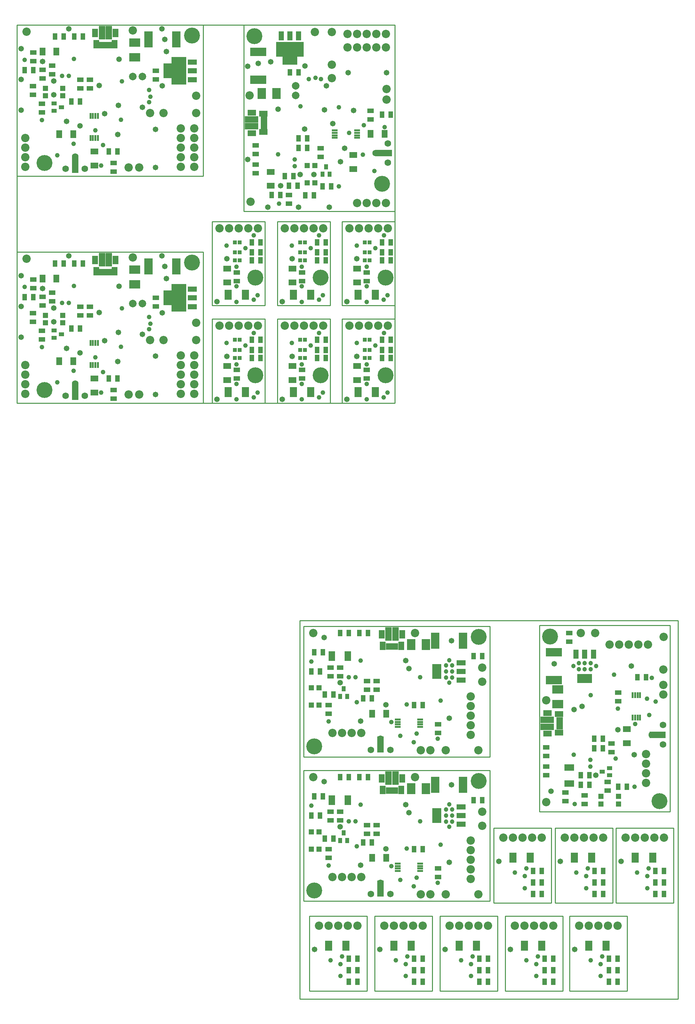
<source format=gts>
%FSLAX25Y25*%
%MOIN*%
G70*
G01*
G75*
G04 Layer_Color=8388736*
%ADD10R,0.06299X0.13386*%
%ADD11R,0.01772X0.06299*%
%ADD12R,0.05512X0.01654*%
%ADD13R,0.04724X0.04724*%
%ADD14R,0.09000X0.15000*%
%ADD15R,0.08465X0.05000*%
%ADD16R,0.05906X0.03937*%
%ADD17R,0.03937X0.05906*%
%ADD18R,0.07874X0.11024*%
%ADD19R,0.05906X0.15748*%
%ADD20R,0.03500X0.05000*%
%ADD21R,0.07874X0.15748*%
%ADD22R,0.06299X0.09449*%
%ADD23R,0.05512X0.07087*%
%ADD24R,0.13386X0.06299*%
%ADD25R,0.06299X0.01772*%
%ADD26R,0.01654X0.05512*%
%ADD27R,0.04724X0.04724*%
%ADD28R,0.15000X0.09000*%
%ADD29R,0.05000X0.08465*%
%ADD30R,0.11024X0.07874*%
%ADD31R,0.15748X0.05906*%
%ADD32R,0.05000X0.03500*%
%ADD33R,0.15748X0.07874*%
%ADD34R,0.09449X0.06299*%
%ADD35R,0.07087X0.05512*%
%ADD36R,0.06600X0.01700*%
%ADD37R,0.15000X0.28000*%
%ADD38R,0.28000X0.15000*%
%ADD39R,0.03300X0.03150*%
%ADD40C,0.02500*%
%ADD41C,0.02000*%
%ADD42C,0.03000*%
%ADD43C,0.01500*%
%ADD44C,0.04000*%
%ADD45C,0.01000*%
%ADD46C,0.01800*%
%ADD47C,0.05000*%
%ADD48R,0.01600X0.04800*%
%ADD49R,0.34200X0.03200*%
%ADD50R,0.04800X0.01600*%
%ADD51R,0.03200X0.34200*%
%ADD52R,0.14413X0.28346*%
%ADD53R,0.28346X0.14413*%
%ADD54R,0.27700X0.02100*%
%ADD55R,0.01900X0.03800*%
%ADD56R,0.35700X0.03400*%
%ADD57R,0.02100X0.27700*%
%ADD58R,0.03800X0.01900*%
%ADD59R,0.03400X0.35700*%
%ADD60R,0.08200X0.15600*%
%ADD61C,0.15800*%
%ADD62R,0.05118X0.07874*%
%ADD63R,0.05512X0.07874*%
%ADD64C,0.07874*%
%ADD65R,0.07874X0.05118*%
%ADD66R,0.07874X0.05512*%
%ADD67C,0.07087*%
%ADD68C,0.05000*%
%ADD69C,0.04000*%
%ADD70C,0.06000*%
%ADD71C,0.03937*%
%ADD72R,0.04724X0.11024*%
%ADD73R,0.09449X0.04724*%
%ADD74R,0.03000X0.10000*%
%ADD75R,0.10000X0.20000*%
%ADD76R,0.06299X0.05512*%
%ADD77R,0.09843X0.14961*%
%ADD78R,0.11024X0.04724*%
%ADD79R,0.04724X0.09449*%
%ADD80R,0.10000X0.03000*%
%ADD81R,0.20000X0.10000*%
%ADD82R,0.05512X0.06299*%
%ADD83R,0.14961X0.09843*%
%ADD84R,0.03150X0.04724*%
%ADD85R,0.26000X0.28400*%
%ADD86R,0.28400X0.26000*%
%ADD87C,0.03500*%
%ADD88R,0.26400X0.28346*%
%ADD89R,0.28346X0.26400*%
%ADD90R,0.21028X0.12517*%
%ADD91R,0.12517X0.21028*%
%ADD92R,0.20200X0.15600*%
%ADD93C,0.00200*%
%ADD94C,0.00591*%
%ADD95C,0.00394*%
%ADD96C,0.00787*%
%ADD97C,0.00500*%
%ADD98C,0.00050*%
%ADD99C,0.00800*%
%ADD100R,0.02300X0.06299*%
%ADD101R,0.06299X0.02300*%
%ADD102R,0.12100X0.11300*%
%ADD103R,0.06299X0.02100*%
%ADD104R,0.11300X0.12100*%
%ADD105R,0.02100X0.06299*%
%ADD106R,0.07099X0.14186*%
%ADD107R,0.02572X0.07099*%
%ADD108R,0.06312X0.02454*%
%ADD109R,0.05524X0.05524*%
%ADD110R,0.09800X0.15800*%
%ADD111R,0.09265X0.05800*%
%ADD112R,0.06706X0.04737*%
%ADD113R,0.04737X0.06706*%
%ADD114R,0.08674X0.11824*%
%ADD115R,0.06706X0.16548*%
%ADD116R,0.04300X0.05800*%
%ADD117R,0.08674X0.16548*%
%ADD118R,0.07099X0.10249*%
%ADD119R,0.06312X0.07887*%
%ADD120R,0.14186X0.07099*%
%ADD121R,0.07099X0.02572*%
%ADD122R,0.02454X0.06312*%
%ADD123R,0.05524X0.05524*%
%ADD124R,0.15800X0.09800*%
%ADD125R,0.05800X0.09265*%
%ADD126R,0.11824X0.08674*%
%ADD127R,0.16548X0.06706*%
%ADD128R,0.05800X0.04300*%
%ADD129R,0.16548X0.08674*%
%ADD130R,0.10249X0.07099*%
%ADD131R,0.07887X0.06312*%
%ADD132R,0.07400X0.02500*%
%ADD133R,0.15800X0.28800*%
%ADD134R,0.28800X0.15800*%
%ADD135R,0.04100X0.03950*%
%ADD136C,0.16600*%
%ADD137R,0.05918X0.08674*%
%ADD138R,0.06312X0.08674*%
%ADD139C,0.08674*%
%ADD140R,0.08674X0.05918*%
%ADD141R,0.08674X0.06312*%
%ADD142C,0.07887*%
%ADD143C,0.05800*%
%ADD144C,0.04800*%
%ADD145C,0.06800*%
%ADD146C,0.04737*%
D45*
X294500Y-620500D02*
Y-226500D01*
Y-620500D02*
X688500D01*
Y-226500D01*
X294500D02*
X688500D01*
X492600Y-368400D02*
Y-232400D01*
X298600D02*
X492600D01*
X298600Y-368400D02*
X492600D01*
X298600D02*
Y-232400D01*
Y-518400D02*
Y-382400D01*
Y-518400D02*
X492600D01*
X298600Y-382400D02*
X492600D01*
Y-518400D02*
Y-382400D01*
X544400Y-231400D02*
X680400D01*
X544400Y-425400D02*
Y-231400D01*
X680400Y-425400D02*
Y-231400D01*
X544400Y-425400D02*
X680400D01*
X304500Y-534000D02*
X364500D01*
X304500Y-612000D02*
Y-534000D01*
Y-612000D02*
X364500D01*
Y-534000D01*
X432500Y-612000D02*
Y-534000D01*
X372500Y-612000D02*
X432500D01*
X372500D02*
Y-534000D01*
X432500D01*
X508500D02*
X568500D01*
X508500Y-612000D02*
Y-534000D01*
Y-612000D02*
X568500D01*
Y-534000D01*
X500500Y-612000D02*
Y-534000D01*
X440500Y-612000D02*
X500500D01*
X440500D02*
Y-534000D01*
X500500D01*
X635500Y-612000D02*
Y-534000D01*
X575500Y-612000D02*
X635500D01*
X575500D02*
Y-534000D01*
X635500D01*
X624000Y-442500D02*
X684000D01*
X624000Y-520500D02*
Y-442500D01*
Y-520500D02*
X684000D01*
Y-442500D01*
X496500D02*
X556500D01*
X496500Y-520500D02*
Y-442500D01*
Y-520500D02*
X556500D01*
Y-442500D01*
X620500Y-520500D02*
Y-442500D01*
X560500Y-520500D02*
X620500D01*
X560500D02*
Y-442500D01*
X620500D01*
X0Y0D02*
Y393701D01*
Y0D02*
X393701D01*
Y393701D01*
X0D02*
X393701D01*
X194000Y236300D02*
Y393700D01*
X0D02*
X194000D01*
X0Y236300D02*
X194000D01*
X0D02*
Y393700D01*
X194000Y0D02*
Y157400D01*
X0D02*
X194000D01*
X0Y0D02*
X194000D01*
X0D02*
Y157400D01*
X236300Y393700D02*
X393700D01*
X236300Y199700D02*
Y393700D01*
X393700Y199700D02*
Y393700D01*
X236300Y199700D02*
X393700D01*
X338700Y0D02*
Y87500D01*
Y0D02*
X393700D01*
X338700Y87500D02*
X393700D01*
Y0D02*
Y87500D01*
X271300Y0D02*
Y87500D01*
Y0D02*
X326300D01*
X271300Y87500D02*
X326300D01*
Y0D02*
Y87500D01*
X203300Y0D02*
Y87500D01*
Y0D02*
X258300D01*
X203300Y87500D02*
X258300D01*
Y0D02*
Y87500D01*
Y101500D02*
Y189000D01*
X203300D02*
X258300D01*
X203300Y101500D02*
X258300D01*
X203300D02*
Y189000D01*
X326300Y101500D02*
Y189000D01*
X271300D02*
X326300D01*
X271300Y101500D02*
X326300D01*
X271300D02*
Y189000D01*
X393700Y101500D02*
Y189000D01*
X338700D02*
X393700D01*
X338700Y101500D02*
X393700D01*
X338700D02*
Y189000D01*
D106*
X387057Y-240408D02*
D03*
X394143D02*
D03*
X387057Y-390408D02*
D03*
X394143D02*
D03*
X88457Y385692D02*
D03*
X95543D02*
D03*
X88457Y149392D02*
D03*
X95543D02*
D03*
D107*
X390600Y-253400D02*
D03*
X388041D02*
D03*
X393159D02*
D03*
X395718D02*
D03*
X385482D02*
D03*
X390600Y-403400D02*
D03*
X388041D02*
D03*
X393159D02*
D03*
X395718D02*
D03*
X385482D02*
D03*
X92000Y372700D02*
D03*
X89441D02*
D03*
X94559D02*
D03*
X97118D02*
D03*
X86882D02*
D03*
X92000Y136400D02*
D03*
X89441D02*
D03*
X94559D02*
D03*
X97118D02*
D03*
X86882D02*
D03*
D108*
X396600Y-329400D02*
D03*
Y-331959D02*
D03*
Y-334518D02*
D03*
Y-337077D02*
D03*
X419828Y-329400D02*
D03*
Y-331959D02*
D03*
Y-334518D02*
D03*
Y-337077D02*
D03*
X396600Y-479400D02*
D03*
Y-481959D02*
D03*
Y-484518D02*
D03*
Y-487077D02*
D03*
X419828Y-479400D02*
D03*
Y-481959D02*
D03*
Y-484518D02*
D03*
Y-487077D02*
D03*
X354200Y276200D02*
D03*
Y278759D02*
D03*
Y281318D02*
D03*
Y283877D02*
D03*
X330972Y276200D02*
D03*
Y278759D02*
D03*
Y281318D02*
D03*
Y283877D02*
D03*
D109*
X306663Y-314455D02*
D03*
Y-296345D02*
D03*
X314537D02*
D03*
Y-314455D02*
D03*
X306663Y-464455D02*
D03*
Y-446345D02*
D03*
X314537D02*
D03*
Y-464455D02*
D03*
X302263Y229145D02*
D03*
Y247255D02*
D03*
X310137D02*
D03*
Y229145D02*
D03*
D110*
X437403Y-279400D02*
D03*
Y-429400D02*
D03*
X157303Y345800D02*
D03*
Y109500D02*
D03*
D111*
X462600Y-270345D02*
D03*
Y-279400D02*
D03*
Y-288455D02*
D03*
Y-420345D02*
D03*
Y-429400D02*
D03*
Y-438455D02*
D03*
X182500Y336745D02*
D03*
Y345800D02*
D03*
Y354855D02*
D03*
Y100445D02*
D03*
Y109500D02*
D03*
Y118555D02*
D03*
D112*
X324600Y-323400D02*
D03*
Y-314400D02*
D03*
X336600Y-275400D02*
D03*
Y-284400D02*
D03*
X374600Y-289400D02*
D03*
Y-298400D02*
D03*
X364600Y-289400D02*
D03*
Y-298400D02*
D03*
X326600Y-275400D02*
D03*
Y-284400D02*
D03*
X438600Y-343400D02*
D03*
Y-334400D02*
D03*
Y-493400D02*
D03*
Y-484400D02*
D03*
X326600Y-425400D02*
D03*
Y-434400D02*
D03*
X364600Y-439400D02*
D03*
Y-448400D02*
D03*
X374600Y-439400D02*
D03*
Y-448400D02*
D03*
X336600Y-425400D02*
D03*
Y-434400D02*
D03*
X324600Y-473400D02*
D03*
Y-464400D02*
D03*
X615400Y-403400D02*
D03*
Y-394400D02*
D03*
X619400Y-363400D02*
D03*
Y-354400D02*
D03*
X551400Y-387400D02*
D03*
Y-378400D02*
D03*
X591400Y-417400D02*
D03*
Y-408400D02*
D03*
X551400Y-367400D02*
D03*
Y-358400D02*
D03*
X571400Y-405400D02*
D03*
Y-414400D02*
D03*
X626400Y-301400D02*
D03*
Y-310400D02*
D03*
X575400Y-239400D02*
D03*
Y-248400D02*
D03*
X144500Y345800D02*
D03*
Y336800D02*
D03*
X26000Y302700D02*
D03*
Y311700D02*
D03*
X16500Y329800D02*
D03*
Y320800D02*
D03*
X26500Y346800D02*
D03*
Y337800D02*
D03*
X76000Y336700D02*
D03*
Y327700D02*
D03*
X66000Y336700D02*
D03*
Y327700D02*
D03*
X100500Y249800D02*
D03*
Y240800D02*
D03*
X36500Y351200D02*
D03*
Y342200D02*
D03*
X17000Y355800D02*
D03*
Y364800D02*
D03*
X144500Y109500D02*
D03*
Y100500D02*
D03*
X26000Y66400D02*
D03*
Y75400D02*
D03*
X16500Y93500D02*
D03*
Y84500D02*
D03*
X26500Y110500D02*
D03*
Y101500D02*
D03*
X76000Y100400D02*
D03*
Y91400D02*
D03*
X66000Y100400D02*
D03*
Y91400D02*
D03*
X100500Y13500D02*
D03*
Y4500D02*
D03*
X36500Y114900D02*
D03*
Y105900D02*
D03*
X17000Y119500D02*
D03*
Y128500D02*
D03*
X316200Y256200D02*
D03*
Y265200D02*
D03*
X368200Y304200D02*
D03*
Y295200D02*
D03*
X248500Y239300D02*
D03*
Y248300D02*
D03*
X283300Y207700D02*
D03*
Y216700D02*
D03*
X248500Y259300D02*
D03*
Y268300D02*
D03*
X364200Y25500D02*
D03*
Y34500D02*
D03*
X296800Y25500D02*
D03*
Y34500D02*
D03*
X228800Y25500D02*
D03*
Y34500D02*
D03*
Y127000D02*
D03*
Y136000D02*
D03*
X296800Y127000D02*
D03*
Y136000D02*
D03*
X364200Y127000D02*
D03*
Y136000D02*
D03*
D113*
X320600Y-303400D02*
D03*
X329600D02*
D03*
X360600Y-307400D02*
D03*
X369600D02*
D03*
X336600Y-239400D02*
D03*
X345600D02*
D03*
X306600Y-279400D02*
D03*
X315600D02*
D03*
X356600Y-239400D02*
D03*
X365600D02*
D03*
X318600Y-259400D02*
D03*
X309600D02*
D03*
X422600Y-314400D02*
D03*
X413600D02*
D03*
X484600Y-263400D02*
D03*
X475600D02*
D03*
X484600Y-413400D02*
D03*
X475600D02*
D03*
X422600Y-464400D02*
D03*
X413600D02*
D03*
X318600Y-409400D02*
D03*
X309600D02*
D03*
X356600Y-389400D02*
D03*
X365600D02*
D03*
X306600Y-429400D02*
D03*
X315600D02*
D03*
X336600Y-389400D02*
D03*
X345600D02*
D03*
X360600Y-457400D02*
D03*
X369600D02*
D03*
X320600Y-453400D02*
D03*
X329600D02*
D03*
X635400Y-399400D02*
D03*
X626400D02*
D03*
X587400Y-387400D02*
D03*
X596400D02*
D03*
X601400Y-349400D02*
D03*
X610400D02*
D03*
X601400Y-359400D02*
D03*
X610400D02*
D03*
X587400Y-397400D02*
D03*
X596400D02*
D03*
X655400Y-285400D02*
D03*
X646400D02*
D03*
X345500Y-602500D02*
D03*
X354500D02*
D03*
X345500Y-578500D02*
D03*
X354500D02*
D03*
X345500Y-590500D02*
D03*
X354500D02*
D03*
X413500D02*
D03*
X422500D02*
D03*
X413500Y-578500D02*
D03*
X422500D02*
D03*
X413500Y-602500D02*
D03*
X422500D02*
D03*
X549500D02*
D03*
X558500D02*
D03*
X549500Y-578500D02*
D03*
X558500D02*
D03*
X549500Y-590500D02*
D03*
X558500D02*
D03*
X481500D02*
D03*
X490500D02*
D03*
X481500Y-578500D02*
D03*
X490500D02*
D03*
X481500Y-602500D02*
D03*
X490500D02*
D03*
X616500Y-590500D02*
D03*
X625500D02*
D03*
X616500Y-578500D02*
D03*
X625500D02*
D03*
X616500Y-602500D02*
D03*
X625500D02*
D03*
X665000Y-511000D02*
D03*
X674000D02*
D03*
X665000Y-487000D02*
D03*
X674000D02*
D03*
X665000Y-499000D02*
D03*
X674000D02*
D03*
X537500Y-511000D02*
D03*
X546500D02*
D03*
X537500Y-487000D02*
D03*
X546500D02*
D03*
X537500Y-499000D02*
D03*
X546500D02*
D03*
X601500D02*
D03*
X610500D02*
D03*
X601500Y-487000D02*
D03*
X610500D02*
D03*
X601500Y-511000D02*
D03*
X610500D02*
D03*
X56500Y313800D02*
D03*
X65500D02*
D03*
X104500Y261800D02*
D03*
X95500D02*
D03*
X39600Y381500D02*
D03*
X48600D02*
D03*
X8000Y346700D02*
D03*
X17000D02*
D03*
X59600Y381500D02*
D03*
X68600D02*
D03*
X56500Y77500D02*
D03*
X65500D02*
D03*
X104500Y25500D02*
D03*
X95500D02*
D03*
X39600Y145200D02*
D03*
X48600D02*
D03*
X8000Y110400D02*
D03*
X17000D02*
D03*
X59600Y145200D02*
D03*
X68600D02*
D03*
X284200Y344200D02*
D03*
X293200D02*
D03*
X327300Y225700D02*
D03*
X318300D02*
D03*
X300200Y216200D02*
D03*
X309200D02*
D03*
X283200Y226200D02*
D03*
X292200D02*
D03*
X293300Y275700D02*
D03*
X302300D02*
D03*
X293300Y265700D02*
D03*
X302300D02*
D03*
X380200Y300200D02*
D03*
X389200D02*
D03*
X278800Y236200D02*
D03*
X287800D02*
D03*
X274200Y216700D02*
D03*
X265200D02*
D03*
X380100Y65900D02*
D03*
X389100D02*
D03*
X380100Y55400D02*
D03*
X389100D02*
D03*
X380100Y47100D02*
D03*
X389100D02*
D03*
X312700Y65900D02*
D03*
X321700D02*
D03*
X312700Y55400D02*
D03*
X321700D02*
D03*
X312700Y47100D02*
D03*
X321700D02*
D03*
X244700Y65900D02*
D03*
X253700D02*
D03*
X244700Y55400D02*
D03*
X253700D02*
D03*
X244700Y47100D02*
D03*
X253700D02*
D03*
X244700Y148600D02*
D03*
X253700D02*
D03*
X244700Y156900D02*
D03*
X253700D02*
D03*
X244700Y167400D02*
D03*
X253700D02*
D03*
X312700Y148600D02*
D03*
X321700D02*
D03*
X312700Y156900D02*
D03*
X321700D02*
D03*
X312700Y167400D02*
D03*
X321700D02*
D03*
X380100Y148600D02*
D03*
X389100D02*
D03*
X380100Y156900D02*
D03*
X389100D02*
D03*
X380100Y167400D02*
D03*
X389100D02*
D03*
D114*
X410600Y-251400D02*
D03*
X425954D02*
D03*
X410600Y-401400D02*
D03*
X425954D02*
D03*
X270200Y322200D02*
D03*
X254846D02*
D03*
D115*
X378600Y-355400D02*
D03*
Y-505400D02*
D03*
X60500Y247800D02*
D03*
Y11500D02*
D03*
D116*
X340340Y-297526D02*
D03*
X344080Y-305400D02*
D03*
X336600D02*
D03*
X340340Y-447526D02*
D03*
X344080Y-455400D02*
D03*
X336600D02*
D03*
X321940Y246074D02*
D03*
X325680Y238200D02*
D03*
X318200D02*
D03*
D117*
X464600Y-247400D02*
D03*
X435466D02*
D03*
X464600Y-397400D02*
D03*
X435466D02*
D03*
X166000Y378700D02*
D03*
X136866D02*
D03*
X166000Y142400D02*
D03*
X136866D02*
D03*
D118*
X328065Y-263400D02*
D03*
X344600D02*
D03*
X328065Y-413400D02*
D03*
X344600D02*
D03*
D119*
X370033Y-323400D02*
D03*
X384600D02*
D03*
X370033Y-473400D02*
D03*
X384600D02*
D03*
X26500Y365800D02*
D03*
X41067D02*
D03*
X43933Y279800D02*
D03*
X58500D02*
D03*
X26500Y129500D02*
D03*
X41067D02*
D03*
X43933Y43500D02*
D03*
X58500D02*
D03*
X382767Y280200D02*
D03*
X368200D02*
D03*
D120*
X552408Y-336943D02*
D03*
Y-329857D02*
D03*
X244308Y288157D02*
D03*
Y295243D02*
D03*
D121*
X565400Y-333400D02*
D03*
Y-335959D02*
D03*
Y-330841D02*
D03*
Y-328282D02*
D03*
Y-338518D02*
D03*
X257300Y291700D02*
D03*
Y289141D02*
D03*
Y294259D02*
D03*
Y296818D02*
D03*
Y286582D02*
D03*
D122*
X641400Y-327400D02*
D03*
X643959D02*
D03*
X646518D02*
D03*
X649077D02*
D03*
X641400Y-304172D02*
D03*
X643959D02*
D03*
X646518D02*
D03*
X649077D02*
D03*
X76500Y275800D02*
D03*
X79059D02*
D03*
X81618D02*
D03*
X84177D02*
D03*
X76500Y299028D02*
D03*
X79059D02*
D03*
X81618D02*
D03*
X84177D02*
D03*
X76500Y39500D02*
D03*
X79059D02*
D03*
X81618D02*
D03*
X84177D02*
D03*
X76500Y62728D02*
D03*
X79059D02*
D03*
X81618D02*
D03*
X84177D02*
D03*
D123*
X626455Y-417337D02*
D03*
X608345D02*
D03*
Y-409463D02*
D03*
X626455D02*
D03*
X29445Y327737D02*
D03*
X47555D02*
D03*
Y319863D02*
D03*
X29445D02*
D03*
Y91437D02*
D03*
X47555D02*
D03*
Y83563D02*
D03*
X29445D02*
D03*
D124*
X591400Y-286597D02*
D03*
X284200Y357003D02*
D03*
D125*
X582345Y-261400D02*
D03*
X591400D02*
D03*
X600455D02*
D03*
X293255Y382200D02*
D03*
X284200D02*
D03*
X275145D02*
D03*
D126*
X563400Y-313400D02*
D03*
Y-298046D02*
D03*
X122500Y359800D02*
D03*
Y375154D02*
D03*
Y123500D02*
D03*
Y138854D02*
D03*
D127*
X667400Y-345400D02*
D03*
X382200Y260200D02*
D03*
D128*
X609526Y-383660D02*
D03*
X617400Y-379920D02*
D03*
Y-387400D02*
D03*
X46374Y308060D02*
D03*
X38500Y304320D02*
D03*
Y311800D02*
D03*
X46374Y71760D02*
D03*
X38500Y68020D02*
D03*
Y75500D02*
D03*
D129*
X559400Y-259400D02*
D03*
Y-288534D02*
D03*
X251300Y365700D02*
D03*
Y336566D02*
D03*
D130*
X575400Y-395935D02*
D03*
Y-379400D02*
D03*
D131*
X635400Y-353967D02*
D03*
Y-339400D02*
D03*
X80500Y247233D02*
D03*
Y261800D02*
D03*
Y10933D02*
D03*
Y25500D02*
D03*
X264200Y226200D02*
D03*
Y240767D02*
D03*
X350200Y243633D02*
D03*
Y258200D02*
D03*
X354200Y38567D02*
D03*
Y24000D02*
D03*
X286800Y38567D02*
D03*
Y24000D02*
D03*
X218800Y38567D02*
D03*
Y24000D02*
D03*
Y140067D02*
D03*
Y125500D02*
D03*
X286800Y140067D02*
D03*
Y125500D02*
D03*
X354200Y140067D02*
D03*
Y125500D02*
D03*
D132*
X324500Y-561000D02*
D03*
Y-563559D02*
D03*
Y-566118D02*
D03*
Y-568677D02*
D03*
X342610Y-561000D02*
D03*
Y-563559D02*
D03*
Y-566118D02*
D03*
Y-568677D02*
D03*
X392500Y-561000D02*
D03*
Y-563559D02*
D03*
Y-566118D02*
D03*
Y-568677D02*
D03*
X410610Y-561000D02*
D03*
Y-563559D02*
D03*
Y-566118D02*
D03*
Y-568677D02*
D03*
X528500Y-561000D02*
D03*
Y-563559D02*
D03*
Y-566118D02*
D03*
Y-568677D02*
D03*
X546610Y-561000D02*
D03*
Y-563559D02*
D03*
Y-566118D02*
D03*
Y-568677D02*
D03*
X460500Y-561000D02*
D03*
Y-563559D02*
D03*
Y-566118D02*
D03*
Y-568677D02*
D03*
X478610Y-561000D02*
D03*
Y-563559D02*
D03*
Y-566118D02*
D03*
Y-568677D02*
D03*
X595500Y-561000D02*
D03*
Y-563559D02*
D03*
Y-566118D02*
D03*
Y-568677D02*
D03*
X613610Y-561000D02*
D03*
Y-563559D02*
D03*
Y-566118D02*
D03*
Y-568677D02*
D03*
X644000Y-469500D02*
D03*
Y-472059D02*
D03*
Y-474618D02*
D03*
Y-477177D02*
D03*
X662110Y-469500D02*
D03*
Y-472059D02*
D03*
Y-474618D02*
D03*
Y-477177D02*
D03*
X516500Y-469500D02*
D03*
Y-472059D02*
D03*
Y-474618D02*
D03*
Y-477177D02*
D03*
X534610Y-469500D02*
D03*
Y-472059D02*
D03*
Y-474618D02*
D03*
Y-477177D02*
D03*
X580500Y-469500D02*
D03*
Y-472059D02*
D03*
Y-474618D02*
D03*
Y-477177D02*
D03*
X598610Y-469500D02*
D03*
Y-472059D02*
D03*
Y-474618D02*
D03*
Y-477177D02*
D03*
X355200Y15200D02*
D03*
Y12641D02*
D03*
Y10082D02*
D03*
Y7523D02*
D03*
X373310Y15200D02*
D03*
Y12641D02*
D03*
Y10082D02*
D03*
Y7523D02*
D03*
X287800Y15200D02*
D03*
Y12641D02*
D03*
Y10082D02*
D03*
Y7523D02*
D03*
X305910Y15200D02*
D03*
Y12641D02*
D03*
Y10082D02*
D03*
Y7523D02*
D03*
X219800Y15200D02*
D03*
Y12641D02*
D03*
Y10082D02*
D03*
Y7523D02*
D03*
X237910Y15200D02*
D03*
Y12641D02*
D03*
Y10082D02*
D03*
Y7523D02*
D03*
X219800Y116700D02*
D03*
Y114141D02*
D03*
Y111582D02*
D03*
Y109023D02*
D03*
X237910Y116700D02*
D03*
Y114141D02*
D03*
Y111582D02*
D03*
Y109023D02*
D03*
X287800Y116700D02*
D03*
Y114141D02*
D03*
Y111582D02*
D03*
Y109023D02*
D03*
X305910Y116700D02*
D03*
Y114141D02*
D03*
Y111582D02*
D03*
Y109023D02*
D03*
X355200Y116700D02*
D03*
Y114141D02*
D03*
Y111582D02*
D03*
Y109023D02*
D03*
X373310Y116700D02*
D03*
Y114141D02*
D03*
Y111582D02*
D03*
Y109023D02*
D03*
D133*
X168700Y345800D02*
D03*
Y109500D02*
D03*
D134*
X284200Y368400D02*
D03*
D135*
X362282Y65900D02*
D03*
X367400D02*
D03*
X362282Y55373D02*
D03*
X367400D02*
D03*
X362282Y47100D02*
D03*
X367400D02*
D03*
X294882Y65900D02*
D03*
X300000D02*
D03*
X294882Y55373D02*
D03*
X300000D02*
D03*
X294882Y47100D02*
D03*
X300000D02*
D03*
X226882Y65900D02*
D03*
X232000D02*
D03*
X226882Y55373D02*
D03*
X232000D02*
D03*
X226882Y47100D02*
D03*
X232000D02*
D03*
X226882Y148600D02*
D03*
X232000D02*
D03*
X226882Y156873D02*
D03*
X232000D02*
D03*
X226882Y167400D02*
D03*
X232000D02*
D03*
X294882Y148600D02*
D03*
X300000D02*
D03*
X294882Y156873D02*
D03*
X300000D02*
D03*
X294882Y167400D02*
D03*
X300000D02*
D03*
X362282Y148600D02*
D03*
X367400D02*
D03*
X362282Y156873D02*
D03*
X367400D02*
D03*
X362282Y167400D02*
D03*
X367400D02*
D03*
D136*
X480900Y-243400D02*
D03*
X309600Y-357400D02*
D03*
Y-507400D02*
D03*
X480900Y-393400D02*
D03*
X555400Y-243100D02*
D03*
X669400Y-414400D02*
D03*
X182300Y382700D02*
D03*
X28500Y249800D02*
D03*
X182300Y146400D02*
D03*
X28500Y13500D02*
D03*
X247300Y382000D02*
D03*
X380200Y228200D02*
D03*
X383800Y29000D02*
D03*
X316400D02*
D03*
X248400D02*
D03*
Y130500D02*
D03*
X316400D02*
D03*
X383800D02*
D03*
D137*
X381053Y-252613D02*
D03*
X400147D02*
D03*
X381053Y-402613D02*
D03*
X400147D02*
D03*
X82453Y373487D02*
D03*
X101547D02*
D03*
X82453Y137187D02*
D03*
X101547D02*
D03*
D138*
X401328Y-240684D02*
D03*
X379872D02*
D03*
X401328Y-390684D02*
D03*
X379872D02*
D03*
X102728Y385417D02*
D03*
X81272D02*
D03*
X102728Y149117D02*
D03*
X81272D02*
D03*
D139*
X484600Y-290100D02*
D03*
X446600Y-361400D02*
D03*
X480532Y-361432D02*
D03*
X414600Y-239400D02*
D03*
X484600Y-275400D02*
D03*
X308600Y-239400D02*
D03*
X430600Y-361400D02*
D03*
X420600D02*
D03*
X328600Y-343400D02*
D03*
X338600D02*
D03*
X348600D02*
D03*
X358600D02*
D03*
X472600Y-315400D02*
D03*
Y-325400D02*
D03*
Y-335400D02*
D03*
Y-345400D02*
D03*
Y-305400D02*
D03*
Y-465400D02*
D03*
Y-475400D02*
D03*
Y-485400D02*
D03*
Y-495400D02*
D03*
Y-455400D02*
D03*
X328600Y-493400D02*
D03*
X338600D02*
D03*
X348600D02*
D03*
X358600D02*
D03*
X430600Y-511400D02*
D03*
X420600D02*
D03*
X308600Y-389400D02*
D03*
X484600Y-425400D02*
D03*
X414600Y-389400D02*
D03*
X480532Y-511432D02*
D03*
X446600Y-511400D02*
D03*
X484600Y-440100D02*
D03*
X602100Y-239400D02*
D03*
X673400Y-277400D02*
D03*
X673432Y-243468D02*
D03*
X551400Y-309400D02*
D03*
X587400Y-239400D02*
D03*
X551400Y-415400D02*
D03*
X673400Y-293400D02*
D03*
Y-303400D02*
D03*
X655400Y-395400D02*
D03*
Y-385400D02*
D03*
Y-375400D02*
D03*
Y-365400D02*
D03*
X627400Y-251400D02*
D03*
X637400D02*
D03*
X647400D02*
D03*
X657400D02*
D03*
X617400D02*
D03*
X314500Y-544000D02*
D03*
X354500D02*
D03*
X344500D02*
D03*
X334500D02*
D03*
X324500D02*
D03*
X382500D02*
D03*
X422500D02*
D03*
X412500D02*
D03*
X402500D02*
D03*
X392500D02*
D03*
X518500D02*
D03*
X558500D02*
D03*
X548500D02*
D03*
X538500D02*
D03*
X528500D02*
D03*
X450500D02*
D03*
X490500D02*
D03*
X480500D02*
D03*
X470500D02*
D03*
X460500D02*
D03*
X585500D02*
D03*
X625500D02*
D03*
X615500D02*
D03*
X605500D02*
D03*
X595500D02*
D03*
X634000Y-452500D02*
D03*
X674000D02*
D03*
X664000D02*
D03*
X654000D02*
D03*
X644000D02*
D03*
X506500D02*
D03*
X546500D02*
D03*
X536500D02*
D03*
X526500D02*
D03*
X516500D02*
D03*
X570500D02*
D03*
X610500D02*
D03*
X600500D02*
D03*
X590500D02*
D03*
X580500D02*
D03*
X170500Y275800D02*
D03*
Y265800D02*
D03*
Y255800D02*
D03*
Y245800D02*
D03*
Y285800D02*
D03*
X186500Y302000D02*
D03*
X138500D02*
D03*
X152500D02*
D03*
X120500Y387800D02*
D03*
X186500Y319800D02*
D03*
X10000Y386700D02*
D03*
X127100Y245200D02*
D03*
X116300D02*
D03*
X8500Y275800D02*
D03*
Y265800D02*
D03*
Y255800D02*
D03*
Y245800D02*
D03*
X184500Y275800D02*
D03*
Y265800D02*
D03*
Y255800D02*
D03*
Y245800D02*
D03*
Y285800D02*
D03*
X170500Y39500D02*
D03*
Y29500D02*
D03*
Y19500D02*
D03*
Y9500D02*
D03*
Y49500D02*
D03*
X186500Y65700D02*
D03*
X138500D02*
D03*
X152500D02*
D03*
X120500Y151500D02*
D03*
X186500Y83500D02*
D03*
X10000Y150400D02*
D03*
X127100Y8900D02*
D03*
X116300D02*
D03*
X8500Y39500D02*
D03*
Y29500D02*
D03*
Y19500D02*
D03*
Y9500D02*
D03*
X184500Y39500D02*
D03*
Y29500D02*
D03*
Y19500D02*
D03*
Y9500D02*
D03*
Y49500D02*
D03*
X354200Y370200D02*
D03*
X364200D02*
D03*
X374200D02*
D03*
X384200D02*
D03*
X344200D02*
D03*
X328000Y386200D02*
D03*
Y338200D02*
D03*
Y352200D02*
D03*
X242200Y320200D02*
D03*
X310200Y386200D02*
D03*
X243300Y209700D02*
D03*
X384800Y326800D02*
D03*
Y316000D02*
D03*
X354200Y208200D02*
D03*
X364200D02*
D03*
X374200D02*
D03*
X384200D02*
D03*
X354200Y384200D02*
D03*
X364200D02*
D03*
X374200D02*
D03*
X384200D02*
D03*
X344200D02*
D03*
X356200Y80500D02*
D03*
X366200D02*
D03*
X376200D02*
D03*
X386200D02*
D03*
X346200D02*
D03*
X288800D02*
D03*
X298800D02*
D03*
X308800D02*
D03*
X318800D02*
D03*
X278800D02*
D03*
X220800D02*
D03*
X230800D02*
D03*
X240800D02*
D03*
X250800D02*
D03*
X210800D02*
D03*
X220800Y182000D02*
D03*
X230800D02*
D03*
X240800D02*
D03*
X250800D02*
D03*
X210800D02*
D03*
X288800D02*
D03*
X298800D02*
D03*
X308800D02*
D03*
X318800D02*
D03*
X278800D02*
D03*
X356200D02*
D03*
X366200D02*
D03*
X376200D02*
D03*
X386200D02*
D03*
X346200D02*
D03*
D140*
X564613Y-342947D02*
D03*
Y-323853D02*
D03*
X256513Y282153D02*
D03*
Y301247D02*
D03*
D141*
X552683Y-322672D02*
D03*
Y-344128D02*
D03*
X244584Y302428D02*
D03*
Y280972D02*
D03*
D142*
X130500Y339800D02*
D03*
X120500D02*
D03*
X130500Y103500D02*
D03*
X120500D02*
D03*
X290200Y330200D02*
D03*
Y320200D02*
D03*
D143*
X357900Y-331000D02*
D03*
X450300Y-327900D02*
D03*
X408200Y-276500D02*
D03*
X384100Y-313900D02*
D03*
X452600Y-247500D02*
D03*
X336700Y-290900D02*
D03*
X405000Y-268100D02*
D03*
X319900Y-244100D02*
D03*
Y-394100D02*
D03*
X405000Y-418100D02*
D03*
X336700Y-440900D02*
D03*
X452600Y-397500D02*
D03*
X384100Y-463900D02*
D03*
X408200Y-426500D02*
D03*
X450300Y-477900D02*
D03*
X357900Y-481000D02*
D03*
X643000Y-366100D02*
D03*
X639900Y-273700D02*
D03*
X588500Y-315800D02*
D03*
X625900Y-339900D02*
D03*
X559500Y-271400D02*
D03*
X602900Y-387300D02*
D03*
X580100Y-319000D02*
D03*
X556100Y-404100D02*
D03*
X309900Y-568700D02*
D03*
X377900D02*
D03*
X513900D02*
D03*
X445900D02*
D03*
X580900D02*
D03*
X629400Y-477200D02*
D03*
X501900D02*
D03*
X565900D02*
D03*
X105500Y309800D02*
D03*
X130700Y307800D02*
D03*
X91200Y301200D02*
D03*
X104900Y279500D02*
D03*
X65500Y288700D02*
D03*
X26500Y355500D02*
D03*
X85700Y330500D02*
D03*
X155600Y365800D02*
D03*
X154000Y378600D02*
D03*
X38100Y335200D02*
D03*
X106400Y358000D02*
D03*
X144100Y245200D02*
D03*
X151400Y330200D02*
D03*
X144100Y285100D02*
D03*
X4300Y368800D02*
D03*
Y336800D02*
D03*
Y304800D02*
D03*
X38100Y320800D02*
D03*
X53900Y389600D02*
D03*
X150800D02*
D03*
X51500Y293200D02*
D03*
X105500Y73500D02*
D03*
X130700Y71500D02*
D03*
X91200Y64900D02*
D03*
X104900Y43200D02*
D03*
X65500Y52400D02*
D03*
X26500Y119200D02*
D03*
X85700Y94200D02*
D03*
X155600Y129500D02*
D03*
X154000Y142300D02*
D03*
X38100Y98900D02*
D03*
X106400Y121700D02*
D03*
X144100Y8900D02*
D03*
X151400Y93900D02*
D03*
X144100Y48800D02*
D03*
X4300Y132500D02*
D03*
Y100500D02*
D03*
Y68500D02*
D03*
X38100Y84500D02*
D03*
X53900Y153300D02*
D03*
X150800D02*
D03*
X51500Y56900D02*
D03*
X320200Y305200D02*
D03*
X322200Y330400D02*
D03*
X328800Y290900D02*
D03*
X350500Y304600D02*
D03*
X341300Y265200D02*
D03*
X274500Y226200D02*
D03*
X299500Y285400D02*
D03*
X264200Y355300D02*
D03*
X251400Y353700D02*
D03*
X294800Y237800D02*
D03*
X272000Y306100D02*
D03*
X384800Y343800D02*
D03*
X299800Y351100D02*
D03*
X344900Y343800D02*
D03*
X261200Y204000D02*
D03*
X293200D02*
D03*
X325200D02*
D03*
X309200Y237800D02*
D03*
X240400Y253600D02*
D03*
Y350500D02*
D03*
X336800Y251200D02*
D03*
X354000Y48700D02*
D03*
X343500Y4100D02*
D03*
X286600Y48700D02*
D03*
X276100Y4100D02*
D03*
X218600Y48700D02*
D03*
X208100Y4100D02*
D03*
Y105600D02*
D03*
X218600Y150200D02*
D03*
X276100Y105600D02*
D03*
X286600Y150200D02*
D03*
X343500Y105600D02*
D03*
X354000Y150200D02*
D03*
D144*
X353800Y-311500D02*
D03*
X389800Y-331900D02*
D03*
X399200Y-346500D02*
D03*
X416200Y-344100D02*
D03*
X405800Y-313800D02*
D03*
X345500Y-285400D02*
D03*
X420000Y-285500D02*
D03*
X357800Y-267900D02*
D03*
X324600Y-331400D02*
D03*
X352500Y-285400D02*
D03*
X306600Y-268900D02*
D03*
X438100Y-349400D02*
D03*
X441200Y-309800D02*
D03*
X413300Y-353100D02*
D03*
Y-503100D02*
D03*
X441200Y-459800D02*
D03*
X438100Y-499400D02*
D03*
X306600Y-418900D02*
D03*
X352500Y-435400D02*
D03*
X324600Y-481400D02*
D03*
X357800Y-417900D02*
D03*
X420000Y-435500D02*
D03*
X345500Y-435400D02*
D03*
X405800Y-463800D02*
D03*
X416200Y-494100D02*
D03*
X399200Y-496500D02*
D03*
X389800Y-481900D02*
D03*
X353800Y-461500D02*
D03*
X623500Y-370200D02*
D03*
X643900Y-334200D02*
D03*
X658500Y-324800D02*
D03*
X656100Y-307800D02*
D03*
X625800Y-318200D02*
D03*
X597400Y-378500D02*
D03*
X597500Y-304000D02*
D03*
X579900Y-366200D02*
D03*
X643400Y-399400D02*
D03*
X597400Y-371500D02*
D03*
X580900Y-417400D02*
D03*
X661400Y-285900D02*
D03*
X621800Y-282800D02*
D03*
X665100Y-310700D02*
D03*
X338500Y-576000D02*
D03*
X326500Y-580200D02*
D03*
X337000Y-584000D02*
D03*
Y-596500D02*
D03*
X405000D02*
D03*
Y-584000D02*
D03*
X394500Y-580200D02*
D03*
X406500Y-576000D02*
D03*
X542500D02*
D03*
X530500Y-580200D02*
D03*
X541000Y-584000D02*
D03*
Y-596500D02*
D03*
X473000D02*
D03*
Y-584000D02*
D03*
X462500Y-580200D02*
D03*
X474500Y-576000D02*
D03*
X608000Y-596500D02*
D03*
Y-584000D02*
D03*
X597500Y-580200D02*
D03*
X609500Y-576000D02*
D03*
X658000Y-484500D02*
D03*
X646000Y-488700D02*
D03*
X656500Y-492500D02*
D03*
Y-505000D02*
D03*
X530500Y-484500D02*
D03*
X518500Y-488700D02*
D03*
X529000Y-492500D02*
D03*
Y-505000D02*
D03*
X593000D02*
D03*
Y-492500D02*
D03*
X582500Y-488700D02*
D03*
X594500Y-484500D02*
D03*
X108400Y294800D02*
D03*
X137717Y313283D02*
D03*
X138800Y319000D02*
D03*
X137700Y326000D02*
D03*
X81700Y284000D02*
D03*
X89700Y268600D02*
D03*
X87500Y247200D02*
D03*
X58800Y269900D02*
D03*
X109300Y334800D02*
D03*
X41900Y257800D02*
D03*
X46900Y340700D02*
D03*
X59200Y358200D02*
D03*
X26000Y294700D02*
D03*
X53900Y340700D02*
D03*
X8000Y357200D02*
D03*
X108400Y58500D02*
D03*
X137717Y76983D02*
D03*
X138800Y82700D02*
D03*
X137700Y89700D02*
D03*
X81700Y47700D02*
D03*
X89700Y32300D02*
D03*
X87500Y10900D02*
D03*
X58800Y33600D02*
D03*
X109300Y98500D02*
D03*
X41900Y21500D02*
D03*
X46900Y104400D02*
D03*
X59200Y121900D02*
D03*
X26000Y58400D02*
D03*
X53900Y104400D02*
D03*
X8000Y120900D02*
D03*
X335200Y308100D02*
D03*
X316717Y337417D02*
D03*
X311000Y338500D02*
D03*
X304000Y337400D02*
D03*
X346000Y281400D02*
D03*
X361400Y289400D02*
D03*
X382800Y287200D02*
D03*
X360100Y258500D02*
D03*
X295200Y309000D02*
D03*
X372200Y241600D02*
D03*
X289300Y246600D02*
D03*
X271800Y258900D02*
D03*
X335300Y225700D02*
D03*
X289300Y253600D02*
D03*
X272800Y207700D02*
D03*
X353800Y62600D02*
D03*
X382100Y73100D02*
D03*
X373400Y59800D02*
D03*
X385900Y10800D02*
D03*
X381900Y6000D02*
D03*
X364100Y40400D02*
D03*
Y20000D02*
D03*
Y3900D02*
D03*
X286400Y62600D02*
D03*
X314700Y73100D02*
D03*
X306000Y59800D02*
D03*
X318500Y10800D02*
D03*
X314500Y6000D02*
D03*
X296700Y40400D02*
D03*
Y20000D02*
D03*
Y3900D02*
D03*
X218400Y62600D02*
D03*
X246700Y73100D02*
D03*
X238000Y59800D02*
D03*
X250500Y10800D02*
D03*
X246500Y6000D02*
D03*
X228700Y40400D02*
D03*
Y20000D02*
D03*
Y3900D02*
D03*
Y105400D02*
D03*
Y121500D02*
D03*
Y141900D02*
D03*
X246500Y107500D02*
D03*
X250500Y112300D02*
D03*
X238000Y161300D02*
D03*
X246700Y174600D02*
D03*
X218400Y164100D02*
D03*
X296700Y105400D02*
D03*
Y121500D02*
D03*
Y141900D02*
D03*
X314500Y107500D02*
D03*
X318500Y112300D02*
D03*
X306000Y161300D02*
D03*
X314700Y174600D02*
D03*
X286400Y164100D02*
D03*
X364100Y105400D02*
D03*
Y121500D02*
D03*
Y141900D02*
D03*
X381900Y107500D02*
D03*
X385900Y112300D02*
D03*
X373400Y161300D02*
D03*
X382100Y174600D02*
D03*
X353800Y164100D02*
D03*
D145*
X378600Y-349400D02*
D03*
X368600Y-361000D02*
D03*
X388800D02*
D03*
Y-511000D02*
D03*
X368600D02*
D03*
X378600Y-499400D02*
D03*
X661400Y-345400D02*
D03*
X673000Y-355400D02*
D03*
Y-335200D02*
D03*
X70500Y243800D02*
D03*
X50500D02*
D03*
X60500Y256500D02*
D03*
X70500Y7500D02*
D03*
X50500D02*
D03*
X60500Y20200D02*
D03*
X386200Y270200D02*
D03*
Y250200D02*
D03*
X373500Y260200D02*
D03*
D146*
X450395Y-267589D02*
D03*
X453151Y-279400D02*
D03*
X446852Y-285699D02*
D03*
X450395Y-291211D02*
D03*
X446852Y-279400D02*
D03*
X453151Y-285699D02*
D03*
X446852Y-273101D02*
D03*
X453151D02*
D03*
X450395Y-417589D02*
D03*
X453151Y-429400D02*
D03*
X446852Y-435699D02*
D03*
X450395Y-441211D02*
D03*
X446852Y-429400D02*
D03*
X453151Y-435699D02*
D03*
X446852Y-423101D02*
D03*
X453151D02*
D03*
X579589Y-273605D02*
D03*
X591400Y-270849D02*
D03*
X597699Y-277148D02*
D03*
X603211Y-273605D02*
D03*
X591400Y-277148D02*
D03*
X597699Y-270849D02*
D03*
X585101Y-277148D02*
D03*
Y-270849D02*
D03*
X173051Y352099D02*
D03*
X166752D02*
D03*
X173051Y339501D02*
D03*
X166752Y345800D02*
D03*
X170295Y333989D02*
D03*
X166752Y339501D02*
D03*
X173051Y345800D02*
D03*
X170295Y357611D02*
D03*
X173051Y115799D02*
D03*
X166752D02*
D03*
X173051Y103201D02*
D03*
X166752Y109500D02*
D03*
X170295Y97689D02*
D03*
X166752Y103201D02*
D03*
X173051Y109500D02*
D03*
X170295Y121311D02*
D03*
X277901Y372751D02*
D03*
Y366452D02*
D03*
X290499Y372751D02*
D03*
X284200Y366452D02*
D03*
X296011Y369995D02*
D03*
X290499Y366452D02*
D03*
X284200Y372751D02*
D03*
X272389Y369995D02*
D03*
M02*

</source>
